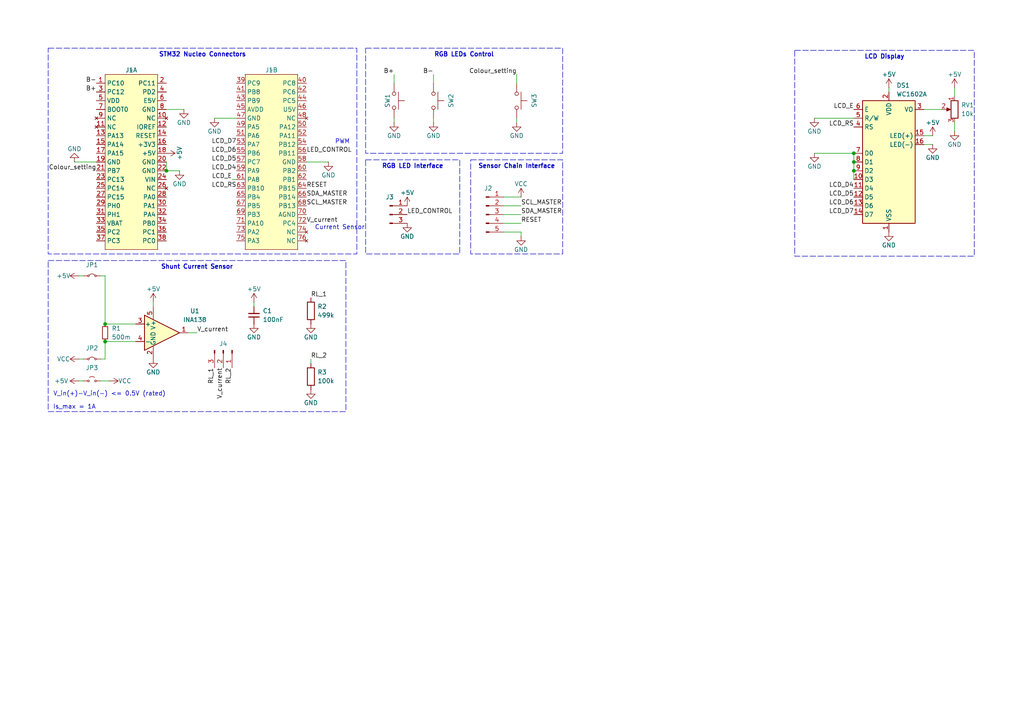
<source format=kicad_sch>
(kicad_sch (version 20231120) (generator "eeschema") (generator_version "8.0")
  (paper "A4")
  (lib_symbols
    (symbol "Amplifier_Current:INA138" (pin_names (offset 0.127))
      (property "Reference" "U" (at 3.81 5.08 0))
      (property "Value" "INA138" (at 3.81 2.54 0))
      (symbol "INA138_0_1"
        (polyline (pts (xy -5.08 5.08) (xy 5.08 0) (xy -5.08 -5.08) (xy -5.08 5.08)) (stroke (width 0.254)) (fill (type background)))
      )
      (symbol "INA138_1_1"
        (pin output line (at 7.62 0 180) (length 2.54) (name "~") (number "1"))
        (pin power_in line (at -2.54 -7.62 90) (length 3.81) (name "GND") (number "2"))
        (pin input line (at -7.62 2.54 0) (length 2.54) (name "+") (number "3"))
        (pin input line (at -7.62 -2.54 0) (length 2.54) (name "-") (number "4"))
        (pin power_in line (at -2.54 7.62 270) (length 3.81) (name "V+") (number "5"))
      )
    )
    (symbol "Connector:Conn_01x03_Pin" (pin_names (offset 1.016) hide)
      (property "Reference" "J" (at 0 5.08 0))
      (property "Value" "Conn_01x03_Pin" (at 0 -5.08 0))
      (symbol "Conn_01x03_Pin_1_1"
        (polyline (pts (xy 1.27 -2.54) (xy 0.8636 -2.54)) (stroke (width 0.1524)))
        (polyline (pts (xy 1.27 0) (xy 0.8636 0)) (stroke (width 0.1524)))
        (polyline (pts (xy 1.27 2.54) (xy 0.8636 2.54)) (stroke (width 0.1524)))
        (rectangle (start 0.8636 -2.413) (end 0 -2.667) (stroke (width 0.1524)) (fill (type outline)))
        (rectangle (start 0.8636 0.127) (end 0 -0.127) (stroke (width 0.1524)) (fill (type outline)))
        (rectangle (start 0.8636 2.667) (end 0 2.413) (stroke (width 0.1524)) (fill (type outline)))
        (pin passive line (at 5.08 2.54 180) (length 3.81) (name "Pin_1") (number "1"))
        (pin passive line (at 5.08 0 180) (length 3.81) (name "Pin_2") (number "2"))
        (pin passive line (at 5.08 -2.54 180) (length 3.81) (name "Pin_3") (number "3"))
      )
    )
    (symbol "Connector:Conn_01x05_Pin" (pin_names (offset 1.016) hide)
      (property "Reference" "J" (at 0 7.62 0))
      (property "Value" "Conn_01x05_Pin" (at 0 -7.62 0))
      (symbol "Conn_01x05_Pin_1_1"
        (polyline (pts (xy 1.27 -5.08) (xy 0.8636 -5.08)) (stroke (width 0.1524)))
        (polyline (pts (xy 1.27 -2.54) (xy 0.8636 -2.54)) (stroke (width 0.1524)))
        (polyline (pts (xy 1.27 0) (xy 0.8636 0)) (stroke (width 0.1524)))
        (polyline (pts (xy 1.27 2.54) (xy 0.8636 2.54)) (stroke (width 0.1524)))
        (polyline (pts (xy 1.27 5.08) (xy 0.8636 5.08)) (stroke (width 0.1524)))
        (rectangle (start 0.8636 -4.953) (end 0 -5.207) (stroke (width 0.1524)) (fill (type outline)))
        (rectangle (start 0.8636 -2.413) (end 0 -2.667) (stroke (width 0.1524)) (fill (type outline)))
        (rectangle (start 0.8636 0.127) (end 0 -0.127) (stroke (width 0.1524)) (fill (type outline)))
        (rectangle (start 0.8636 2.667) (end 0 2.413) (stroke (width 0.1524)) (fill (type outline)))
        (rectangle (start 0.8636 5.207) (end 0 4.953) (stroke (width 0.1524)) (fill (type outline)))
        (pin passive line (at 5.08 5.08 180) (length 3.81) (name "Pin_1") (number "1"))
        (pin passive line (at 5.08 2.54 180) (length 3.81) (name "Pin_2") (number "2"))
        (pin passive line (at 5.08 0 180) (length 3.81) (name "Pin_3") (number "3"))
        (pin passive line (at 5.08 -2.54 180) (length 3.81) (name "Pin_4") (number "4"))
        (pin passive line (at 5.08 -5.08 180) (length 3.81) (name "Pin_5") (number "5"))
      )
    )
    (symbol "Device:C_Small" (pin_numbers hide) (pin_names (offset 0.254) hide)
      (property "Reference" "C" (at 0.254 1.778 0))
      (property "Value" "C_Small" (at 0.254 -2.032 0))
      (symbol "C_Small_0_1"
        (polyline (pts (xy -1.524 -0.508) (xy 1.524 -0.508)) (stroke (width 0.3302)))
        (polyline (pts (xy -1.524 0.508) (xy 1.524 0.508)) (stroke (width 0.3048)))
      )
      (symbol "C_Small_1_1"
        (pin passive line (at 0 2.54 270) (length 2.032) (name "~") (number "1"))
        (pin passive line (at 0 -2.54 90) (length 2.032) (name "~") (number "2"))
      )
    )
    (symbol "Device:R_Potentiometer" (pin_names (offset 1.016) hide)
      (property "Reference" "RV" (at -4.445 0 90))
      (property "Value" "R_Potentiometer" (at -2.54 0 90))
      (symbol "R_Potentiometer_0_1"
        (polyline (pts (xy 2.54 0) (xy 1.524 0)))
        (polyline (pts (xy 1.143 0) (xy 2.286 0.508) (xy 2.286 -0.508) (xy 1.143 0)) (fill (type outline)))
        (rectangle (start 1.016 2.54) (end -1.016 -2.54) (stroke (width 0.254)))
      )
      (symbol "R_Potentiometer_1_1"
        (pin passive line (at 0 3.81 270) (length 1.27) (name "1") (number "1"))
        (pin passive line (at 3.81 0 180) (length 1.27) (name "2") (number "2"))
        (pin passive line (at 0 -3.81 90) (length 1.27) (name "3") (number "3"))
      )
    )
    (symbol "Device:R_Small" (pin_numbers hide) (pin_names (offset 0.254) hide)
      (property "Reference" "R" (at 0.762 0.508 0))
      (property "Value" "R_Small" (at 0.762 -1.016 0))
      (symbol "R_Small_0_1"
        (rectangle (start -0.762 1.778) (end 0.762 -1.778) (stroke (width 0.2032)))
      )
      (symbol "R_Small_1_1"
        (pin passive line (at 0 2.54 270) (length 0.762) (name "~") (number "1"))
        (pin passive line (at 0 -2.54 90) (length 0.762) (name "~") (number "2"))
      )
    )
    (symbol "Display_Character:WC1602A"
      (property "Reference" "DS" (at -5.842 19.05 0))
      (property "Value" "WC1602A" (at 5.334 19.05 0))
      (symbol "WC1602A_1_1"
        (rectangle (start -7.62 17.78) (end 7.62 -17.78) (stroke (width 0.254)) (fill (type background)))
        (pin power_in line (at 0 -20.32 90) (length 2.54) (name "VSS") (number "1"))
        (pin input line (at -10.16 -5.08 0) (length 2.54) (name "D3") (number "10"))
        (pin input line (at -10.16 -7.62 0) (length 2.54) (name "D4") (number "11"))
        (pin input line (at -10.16 -10.16 0) (length 2.54) (name "D5") (number "12"))
        (pin input line (at -10.16 -12.7 0) (length 2.54) (name "D6") (number "13"))
        (pin input line (at -10.16 -15.24 0) (length 2.54) (name "D7") (number "14"))
        (pin power_in line (at 10.16 7.62 180) (length 2.54) (name "LED(+)") (number "15"))
        (pin power_in line (at 10.16 5.08 180) (length 2.54) (name "LED(-)") (number "16"))
        (pin power_in line (at 0 20.32 270) (length 2.54) (name "VDD") (number "2"))
        (pin input line (at 10.16 15.24 180) (length 2.54) (name "VO") (number "3"))
        (pin input line (at -10.16 10.16 0) (length 2.54) (name "RS") (number "4"))
        (pin input line (at -10.16 12.7 0) (length 2.54) (name "R/W") (number "5"))
        (pin input line (at -10.16 15.24 0) (length 2.54) (name "E") (number "6"))
        (pin input line (at -10.16 2.54 0) (length 2.54) (name "D0") (number "7"))
        (pin input line (at -10.16 0 0) (length 2.54) (name "D1") (number "8"))
        (pin input line (at -10.16 -2.54 0) (length 2.54) (name "D2") (number "9"))
      )
    )
    (symbol "Jumper:Jumper_2_Small_Bridged" (pin_numbers hide) (pin_names (offset 0) hide) (exclude_from_sim yes)
      (property "Reference" "JP" (at 0 2.032 0))
      (property "Value" "Jumper_2_Small_Bridged" (at 0 -2.286 0))
      (symbol "Jumper_2_Small_Bridged_0_0"
        (circle (center -1.016 0) (radius 0.254))
        (circle (center 1.016 0) (radius 0.254))
      )
      (symbol "Jumper_2_Small_Bridged_0_1"
        (arc (start 0.762 0.254) (mid 0 0.5696) (end -0.762 0.254))
      )
      (symbol "Jumper_2_Small_Bridged_1_1"
        (pin passive line (at -2.54 0 0) (length 1.27) (name "A") (number "1"))
        (pin passive line (at 2.54 0 180) (length 1.27) (name "B") (number "2"))
      )
    )
    (symbol "Jumper:Jumper_2_Small_Open" (pin_numbers hide) (pin_names (offset 0) hide) (exclude_from_sim yes)
      (property "Reference" "JP" (at 0 2.794 0))
      (property "Value" "Jumper_2_Small_Open" (at 0 -2.286 0))
      (symbol "Jumper_2_Small_Open_0_0"
        (circle (center -1.016 0) (radius 0.254))
        (circle (center 1.016 0) (radius 0.254))
      )
      (symbol "Jumper_2_Small_Open_0_1"
        (arc (start 0.762 1.0196) (mid 0 1.2729) (end -0.762 1.0196))
      )
      (symbol "Jumper_2_Small_Open_1_1"
        (pin passive line (at -2.54 0 0) (length 1.27) (name "A") (number "1"))
        (pin passive line (at 2.54 0 180) (length 1.27) (name "B") (number "2"))
      )
    )
    (symbol "R_1" (pin_numbers hide) (pin_names (offset 0))
      (property "Reference" "R" (at 2.032 0 90))
      (property "Value" "R" (at 0 0 90))
      (symbol "R_1_0_1"
        (rectangle (start -1.016 -2.54) (end 1.016 2.54) (stroke (width 0.254)))
      )
      (symbol "R_1_1_1"
        (pin passive line (at 0 3.81 270) (length 1.27) (name "~") (number "1"))
        (pin passive line (at 0 -3.81 90) (length 1.27) (name "~") (number "2"))
      )
    )
    (symbol "Sarah_Library:Nucleo64-Pins"
      (property "Reference" "J" (at 0 0 0))
      (symbol "Nucleo64-Pins_1_1"
        (rectangle (start -7.62 -2.54) (end 7.62 -53.34) (fill (type background)))
        (pin passive line (at -10.16 -5.08 0) (length 2.54) (name "PC10") (number "1"))
        (pin no_connect line (at 10.16 -15.24 180) (length 2.54) (name "NC") (number "10"))
        (pin no_connect line (at -10.16 -17.78 0) (length 2.54) (name "NC") (number "11"))
        (pin passive line (at 10.16 -17.78 180) (length 2.54) (name "IOREF") (number "12"))
        (pin passive line (at -10.16 -20.32 0) (length 2.54) (name "PA13") (number "13"))
        (pin passive line (at 10.16 -20.32 180) (length 2.54) (name "RESET") (number "14"))
        (pin passive line (at -10.16 -22.86 0) (length 2.54) (name "PA14") (number "15"))
        (pin passive line (at 10.16 -22.86 180) (length 2.54) (name "+3V3") (number "16"))
        (pin passive line (at -10.16 -25.4 0) (length 2.54) (name "PA15") (number "17"))
        (pin passive line (at 10.16 -25.4 180) (length 2.54) (name "+5V") (number "18"))
        (pin passive line (at -10.16 -27.94 0) (length 2.54) (name "GND") (number "19"))
        (pin passive line (at 10.16 -5.08 180) (length 2.54) (name "PC11") (number "2"))
        (pin passive line (at 10.16 -27.94 180) (length 2.54) (name "GND") (number "20"))
        (pin passive line (at -10.16 -30.48 0) (length 2.54) (name "PB7") (number "21"))
        (pin passive line (at 10.16 -30.48 180) (length 2.54) (name "GND") (number "22"))
        (pin passive line (at -10.16 -33.02 0) (length 2.54) (name "PC13") (number "23"))
        (pin passive line (at 10.16 -33.02 180) (length 2.54) (name "VIN") (number "24"))
        (pin passive line (at -10.16 -35.56 0) (length 2.54) (name "PC14") (number "25"))
        (pin no_connect line (at 10.16 -35.56 180) (length 2.54) (name "NC") (number "26"))
        (pin passive line (at -10.16 -38.1 0) (length 2.54) (name "PC15") (number "27"))
        (pin passive line (at 10.16 -38.1 180) (length 2.54) (name "PA0") (number "28"))
        (pin passive line (at -10.16 -40.64 0) (length 2.54) (name "PH0") (number "29"))
        (pin passive line (at -10.16 -7.62 0) (length 2.54) (name "PC12") (number "3"))
        (pin passive line (at 10.16 -40.64 180) (length 2.54) (name "PA1") (number "30"))
        (pin passive line (at -10.16 -43.18 0) (length 2.54) (name "PH1") (number "31"))
        (pin passive line (at 10.16 -43.18 180) (length 2.54) (name "PA4") (number "32"))
        (pin passive line (at -10.16 -45.72 0) (length 2.54) (name "VBAT") (number "33"))
        (pin passive line (at 10.16 -45.72 180) (length 2.54) (name "PB0") (number "34"))
        (pin passive line (at -10.16 -48.26 0) (length 2.54) (name "PC2") (number "35"))
        (pin passive line (at 10.16 -48.26 180) (length 2.54) (name "PC1") (number "36"))
        (pin passive line (at -10.16 -50.8 0) (length 2.54) (name "PC3") (number "37"))
        (pin passive line (at 10.16 -50.8 180) (length 2.54) (name "PC0") (number "38"))
        (pin passive line (at 10.16 -7.62 180) (length 2.54) (name "PD2") (number "4"))
        (pin passive line (at -10.16 -10.16 0) (length 2.54) (name "VDD") (number "5"))
        (pin passive line (at 10.16 -10.16 180) (length 2.54) (name "E5V") (number "6"))
        (pin passive line (at -10.16 -12.7 0) (length 2.54) (name "BOOT0") (number "7"))
        (pin passive line (at 10.16 -12.7 180) (length 2.54) (name "GND") (number "8"))
        (pin no_connect line (at -10.16 -15.24 0) (length 2.54) (name "NC") (number "9"))
      )
      (symbol "Nucleo64-Pins_2_1"
        (rectangle (start -7.62 -2.54) (end 7.62 -53.34) (fill (type background)))
        (pin passive line (at -10.16 -5.08 0) (length 2.54) (name "PC9") (number "39"))
        (pin passive line (at 10.16 -5.08 180) (length 2.54) (name "PC8") (number "40"))
        (pin passive line (at -10.16 -7.62 0) (length 2.54) (name "PB8") (number "41"))
        (pin passive line (at 10.16 -7.62 180) (length 2.54) (name "PC6") (number "42"))
        (pin passive line (at -10.16 -10.16 0) (length 2.54) (name "PB9") (number "43"))
        (pin passive line (at 10.16 -10.16 180) (length 2.54) (name "PC5") (number "44"))
        (pin passive line (at -10.16 -12.7 0) (length 2.54) (name "AVDD") (number "45"))
        (pin passive line (at 10.16 -12.7 180) (length 2.54) (name "U5V") (number "46"))
        (pin passive line (at -10.16 -15.24 0) (length 2.54) (name "GND") (number "47"))
        (pin no_connect line (at 10.16 -15.24 180) (length 2.54) (name "NC") (number "48"))
        (pin passive line (at -10.16 -17.78 0) (length 2.54) (name "PA5") (number "49"))
        (pin passive line (at 10.16 -17.78 180) (length 2.54) (name "PA12") (number "50"))
        (pin passive line (at -10.16 -20.32 0) (length 2.54) (name "PA6") (number "51"))
        (pin passive line (at 10.16 -20.32 180) (length 2.54) (name "PA11") (number "52"))
        (pin passive line (at -10.16 -22.86 0) (length 2.54) (name "PA7") (number "53"))
        (pin passive line (at 10.16 -22.86 180) (length 2.54) (name "PB12") (number "54"))
        (pin passive line (at -10.16 -25.4 0) (length 2.54) (name "PB6") (number "55"))
        (pin passive line (at 10.16 -25.4 180) (length 2.54) (name "PB11") (number "56"))
        (pin passive line (at -10.16 -27.94 0) (length 2.54) (name "PC7") (number "57"))
        (pin passive line (at 10.16 -27.94 180) (length 2.54) (name "GND") (number "58"))
        (pin passive line (at -10.16 -30.48 0) (length 2.54) (name "PA9") (number "59"))
        (pin passive line (at 10.16 -30.48 180) (length 2.54) (name "PB2") (number "60"))
        (pin passive line (at -10.16 -33.02 0) (length 2.54) (name "PA8") (number "61"))
        (pin passive line (at 10.16 -33.02 180) (length 2.54) (name "PB1") (number "62"))
        (pin passive line (at -10.16 -35.56 0) (length 2.54) (name "PB10") (number "63"))
        (pin passive line (at 10.16 -35.56 180) (length 2.54) (name "PB15") (number "64"))
        (pin passive line (at -10.16 -38.1 0) (length 2.54) (name "PB4") (number "65"))
        (pin passive line (at 10.16 -38.1 180) (length 2.54) (name "PB14") (number "66"))
        (pin passive line (at -10.16 -40.64 0) (length 2.54) (name "PB5") (number "67"))
        (pin passive line (at 10.16 -40.64 180) (length 2.54) (name "PB13") (number "68"))
        (pin passive line (at -10.16 -43.18 0) (length 2.54) (name "PB3") (number "69"))
        (pin passive line (at 10.16 -43.18 180) (length 2.54) (name "AGND") (number "70"))
        (pin passive line (at -10.16 -45.72 0) (length 2.54) (name "PA10") (number "71"))
        (pin passive line (at 10.16 -45.72 180) (length 2.54) (name "PC4") (number "72"))
        (pin passive line (at -10.16 -48.26 0) (length 2.54) (name "PA2") (number "73"))
        (pin no_connect line (at 10.16 -48.26 180) (length 2.54) (name "NC") (number "74"))
        (pin passive line (at -10.16 -50.8 0) (length 2.54) (name "PA3") (number "75"))
        (pin no_connect line (at 10.16 -50.8 180) (length 2.54) (name "NC") (number "76"))
      )
    )
    (symbol "Switch:SW_Push" (pin_numbers hide) (pin_names (offset 1.016) hide)
      (property "Reference" "SW" (at 1.27 2.54 0))
      (property "Value" "SW_Push" (at 0 -1.524 0))
      (symbol "SW_Push_0_1"
        (circle (center -2.032 0) (radius 0.508))
        (polyline (pts (xy 0 1.27) (xy 0 3.048)))
        (polyline (pts (xy 2.54 1.27) (xy -2.54 1.27)))
        (circle (center 2.032 0) (radius 0.508))
        (pin passive line (at -5.08 0 0) (length 2.54) (name "1") (number "1"))
        (pin passive line (at 5.08 0 180) (length 2.54) (name "2") (number "2"))
      )
    )
    (symbol "power:+5V" (power) (pin_numbers hide) (pin_names (offset 0) hide)
      (property "Value" "+5V" (at 0 3.556 0))
      (symbol "+5V_0_1"
        (polyline (pts (xy -0.762 1.27) (xy 0 2.54)))
        (polyline (pts (xy 0 0) (xy 0 2.54)))
        (polyline (pts (xy 0 2.54) (xy 0.762 1.27)))
      )
      (symbol "+5V_1_1"
        (pin power_in line (at 0 0 90) (length 0) (name "~") (number "1"))
      )
    )
    (symbol "power:GND" (power) (pin_numbers hide) (pin_names (offset 0) hide)
      (property "Value" "GND" (at 0 -3.81 0))
      (symbol "GND_0_1"
        (polyline (pts (xy 0 0) (xy 0 -1.27) (xy 1.27 -1.27) (xy 0 -2.54) (xy -1.27 -1.27) (xy 0 -1.27)))
      )
      (symbol "GND_1_1"
        (pin power_in line (at 0 0 270) (length 0) (name "~") (number "1"))
      )
    )
    (symbol "power:VCC" (power) (pin_numbers hide) (pin_names (offset 0) hide)
      (property "Value" "VCC" (at 0 3.556 0))
      (symbol "VCC_0_1"
        (polyline (pts (xy -0.762 1.27) (xy 0 2.54)))
        (polyline (pts (xy 0 0) (xy 0 2.54)))
        (polyline (pts (xy 0 2.54) (xy 0.762 1.27)))
      )
      (symbol "VCC_1_1"
        (pin power_in line (at 0 0 90) (length 0) (name "~") (number "1"))
      )
    )
  )
  (junction (at 247.65 49.53))
  (junction (at 247.65 46.99))
  (junction (at 48.26 49.53))
  (junction (at 30.48 99.06))
  (junction (at 247.65 44.45))
  (junction (at 30.48 93.98))
  (wire (pts (xy 151.13 67.31) (xy 151.13 68.58)))
  (wire (pts (xy 247.65 46.99) (xy 247.65 49.53)))
  (wire (pts (xy 267.97 31.75) (xy 273.05 31.75)))
  (wire (pts (xy 30.48 104.14) (xy 30.48 99.06)))
  (wire (pts (xy 236.22 44.45) (xy 247.65 44.45)))
  (wire (pts (xy 149.86 21.59) (xy 149.86 24.13)))
  (wire (pts (xy 22.86 110.49) (xy 24.13 110.49)))
  (wire (pts (xy 22.86 104.14) (xy 24.13 104.14)))
  (wire (pts (xy 125.73 21.59) (xy 125.73 24.13)))
  (wire (pts (xy 149.86 35.56) (xy 149.86 34.29)))
  (wire (pts (xy 29.21 110.49) (xy 31.75 110.49)))
  (wire (pts (xy 29.21 104.14) (xy 30.48 104.14)))
  (wire (pts (xy 125.73 35.56) (xy 125.73 34.29)))
  (wire (pts (xy 27.94 46.99) (xy 21.59 46.99)))
  (wire (pts (xy 22.86 80.01) (xy 24.13 80.01)))
  (wire (pts (xy 30.48 80.01) (xy 30.48 93.98)))
  (wire (pts (xy 48.26 49.53) (xy 52.07 49.53)))
  (wire (pts (xy 270.51 39.37) (xy 267.97 39.37)))
  (wire (pts (xy 270.51 41.91) (xy 267.97 41.91)))
  (wire (pts (xy 44.45 87.63) (xy 44.45 88.9)))
  (wire (pts (xy 276.86 38.1) (xy 276.86 35.56)))
  (wire (pts (xy 247.65 49.53) (xy 247.65 52.07)))
  (wire (pts (xy 48.26 31.75) (xy 53.34 31.75)))
  (wire (pts (xy 88.9 46.99) (xy 95.25 46.99)))
  (wire (pts (xy 62.23 34.29) (xy 68.58 34.29)))
  (wire (pts (xy 276.86 25.4) (xy 276.86 27.94)))
  (wire (pts (xy 48.26 46.99) (xy 48.26 49.53)))
  (wire (pts (xy 151.13 62.23) (xy 146.05 62.23)))
  (wire (pts (xy 151.13 59.69) (xy 146.05 59.69)))
  (wire (pts (xy 73.66 87.63) (xy 73.66 88.9)))
  (wire (pts (xy 54.61 96.52) (xy 57.15 96.52)))
  (wire (pts (xy 236.22 34.29) (xy 247.65 34.29)))
  (wire (pts (xy 29.21 80.01) (xy 30.48 80.01)))
  (wire (pts (xy 114.3 35.56) (xy 114.3 34.29)))
  (wire (pts (xy 151.13 67.31) (xy 146.05 67.31)))
  (wire (pts (xy 67.31 52.07) (xy 68.58 52.07)))
  (wire (pts (xy 114.3 21.59) (xy 114.3 24.13)))
  (wire (pts (xy 30.48 93.98) (xy 39.37 93.98)))
  (wire (pts (xy 257.81 25.4) (xy 257.81 26.67)))
  (wire (pts (xy 90.17 104.14) (xy 90.17 105.41)))
  (wire (pts (xy 39.37 99.06) (xy 30.48 99.06)))
  (wire (pts (xy 151.13 57.15) (xy 146.05 57.15)))
  (wire (pts (xy 247.65 44.45) (xy 247.65 46.99)))
  (wire (pts (xy 146.05 64.77) (xy 151.13 64.77)))
  (text_box "Sensor Chain Interface" (at 136.525 46.355 0) (size 26.67 27.305) (stroke (width 0) (type dash)) (effects (font (size 1.27 1.27) (bold yes)) (justify top)))
  (text_box "Shunt Current Sensor" (at 13.97 75.565 0) (size 86.36 43.815) (stroke (width 0) (type dash)) (effects (font (size 1.27 1.27) (bold yes)) (justify top)))
  (text_box "STM32 Nucleo Connectors" (at 13.97 13.97 0) (size 89.535 59.69) (stroke (width 0) (type dash)) (effects (font (size 1.27 1.27) (bold yes)) (justify top)))
  (text_box "RGB LED Interface" (at 106.045 46.355 0) (size 27.305 27.305) (stroke (width 0) (type dash)) (effects (font (size 1.27 1.27) (bold yes)) (justify top)))
  (text_box "RGB LEDs Control" (at 106.045 13.97 0) (size 57.15 30.48) (stroke (width 0) (type dash)) (effects (font (size 1.27 1.27) (bold yes)) (justify top)))
  (text_box "LCD Display" (at 230.505 14.605 0) (size 52.07 59.69) (stroke (width 0) (type dash)) (effects (font (size 1.27 1.27) (bold yes)) (justify top)))
  (text "Is_max = 1A" (at 21.59 118.11 0) (effects (font (size 1.27 1.27))))
  (text "V_in(+)-V_in(-) <= 0.5V (rated)" (at 31.75 114.3 0) (effects (font (size 1.27 1.27))))
  (text "PWM" (at 99.314 41.148 0) (effects (font (size 1.27 1.27))))
  (text "Current Sensor" (at 98.552 66.04 0) (effects (font (size 1.27 1.27))))
  (label "LCD_D6" (at 68.58 44.45 180))
  (label "B-" (at 27.94 24.13 180))
  (label "SDA_MASTER" (at 88.9 57.15 0))
  (label "RL_2" (at 67.31 106.68 270))
  (label "LED_CONTROL" (at 88.9 44.45 0))
  (label "LED_CONTROL" (at 118.11 62.23 0))
  (label "RL_2" (at 90.17 104.14 0))
  (label "LCD_RS" (at 68.58 54.61 180))
  (label "RL_1" (at 90.17 86.36 0))
  (label "LCD_E" (at 247.65 31.75 180))
  (label "LCD_RS" (at 247.65 36.83 180))
  (label "B+" (at 114.3 21.59 180))
  (label "LCD_D5" (at 68.58 46.99 180))
  (label "LCD_E" (at 67.31 52.07 180))
  (label "Colour_setting" (at 27.94 49.53 180))
  (label "B+" (at 27.94 26.67 180))
  (label "B-" (at 125.73 21.59 180))
  (label "V_current" (at 64.77 106.68 270))
  (label "V_current" (at 57.15 96.52 0))
  (label "SCL_MASTER" (at 88.9 59.69 0))
  (label "V_current" (at 88.9 64.77 0))
  (label "RESET" (at 88.9 54.61 0))
  (label "LCD_D7" (at 68.58 41.91 180))
  (label "Colour_setting" (at 149.86 21.59 180))
  (label "LCD_D7" (at 247.65 62.23 180))
  (label "SCL_MASTER" (at 151.13 59.69 0))
  (label "LCD_D5" (at 247.65 57.15 180))
  (label "LCD_D4" (at 68.58 49.53 180))
  (label "RESET" (at 151.13 64.77 0))
  (label "LCD_D4" (at 247.65 54.61 180))
  (label "SDA_MASTER" (at 151.13 62.23 0))
  (label "RL_1" (at 62.23 106.68 270))
  (label "LCD_D6" (at 247.65 59.69 180))
  (symbol (lib_id "Jumper:Jumper_2_Small_Bridged") (at 26.67 104.14 0) (unit 1) (exclude_from_sim yes)
    (property "Reference" "JP2" (at 26.67 100.965 0))
    (property "Value" "Jumper_2_Small_Closed" (effects (hide yes)))
    (property "Footprint" "Jumper:SolderJumper-2_P1.3mm_Bridged_RoundedPad1.0x1.5mm" (effects (hide yes)))
    (property "Description" "Jumper, 2-pole, small symbol, bridged" (effects (hide yes)))
  )
  (symbol (lib_id "power:+5V") (at 22.86 110.49 90) (mirror x) (unit 1)
    (property "Reference" "#PWR031" (effects (hide yes)))
    (property "Value" "+5V" (at 17.78 110.49 90))
    (property "Description" "Power symbol creates a global label with name \"+5V\"" (effects (hide yes)))
  )
  (symbol (lib_id "power:VCC") (at 22.86 104.14 90) (unit 1)
    (property "Reference" "#PWR030" (effects (hide yes)))
    (property "Value" "VCC" (at 18.415 104.14 90))
    (property "Description" "Power symbol creates a global label with name \"VCC\"" (effects (hide yes)))
  )
  (symbol (lib_id "power:GND") (at 52.07 49.53 0) (unit 1)
    (property "Reference" "#PWR015" (effects (hide yes)))
    (property "Value" "GND" (at 52.07 53.34 0))
    (property "Description" "Power symbol creates a global label with name \"GND\" , ground" (effects (hide yes)))
  )
  (symbol (lib_id "power:GND") (at 95.25 46.99 0) (unit 1)
    (property "Reference" "#PWR013" (effects (hide yes)))
    (property "Value" "GND" (at 95.25 50.8 0))
    (property "Description" "Power symbol creates a global label with name \"GND\" , ground" (effects (hide yes)))
  )
  (symbol (lib_id "Jumper:Jumper_2_Small_Open") (at 26.67 110.49 0) (unit 1) (exclude_from_sim yes)
    (property "Reference" "JP3" (at 26.67 106.68 0))
    (property "Value" "Jumper_2_Small_Open" (effects (hide yes)))
    (property "Footprint" "Jumper:SolderJumper-2_P1.3mm_Open_RoundedPad1.0x1.5mm" (effects (hide yes)))
    (property "Description" "Jumper, 2-pole, small symbol, open" (effects (hide yes)))
  )
  (symbol (lib_id "power:+5V") (at 118.11 59.69 0) (mirror y) (unit 1)
    (property "Reference" "#PWR017" (effects (hide yes)))
    (property "Value" "+5V" (at 118.11 55.88 0))
    (property "Description" "Power symbol creates a global label with name \"+5V\"" (effects (hide yes)))
  )
  (symbol (lib_id "power:+5V") (at 48.26 44.45 270) (mirror x) (unit 1)
    (property "Reference" "#PWR019" (effects (hide yes)))
    (property "Value" "+5V" (at 52.07 44.45 0))
    (property "Description" "Power symbol creates a global label with name \"+5V\"" (effects (hide yes)))
  )
  (symbol (lib_id "power:+5V") (at 73.66 87.63 0) (mirror y) (unit 1)
    (property "Reference" "#PWR021" (effects (hide yes)))
    (property "Value" "+5V" (at 73.66 83.82 0))
    (property "Description" "Power symbol creates a global label with name \"+5V\"" (effects (hide yes)))
  )
  (symbol (lib_id "power:+5V") (at 22.86 80.01 90) (mirror x) (unit 1)
    (property "Reference" "#PWR029" (effects (hide yes)))
    (property "Value" "+5V" (at 18.415 80.01 90))
    (property "Description" "Power symbol creates a global label with name \"+5V\"" (effects (hide yes)))
  )
  (symbol (lib_id "power:+5V") (at 257.81 25.4 0) (mirror y) (unit 1)
    (property "Reference" "#PWR03" (effects (hide yes)))
    (property "Value" "+5V" (at 257.81 21.59 0))
    (property "Description" "Power symbol creates a global label with name \"+5V\"" (effects (hide yes)))
  )
  (symbol (lib_id "power:GND") (at 236.22 44.45 0) (unit 1)
    (property "Reference" "#PWR012" (effects (hide yes)))
    (property "Value" "GND" (at 236.22 48.26 0))
    (property "Description" "Power symbol creates a global label with name \"GND\" , ground" (effects (hide yes)))
  )
  (symbol (lib_id "power:VCC") (at 31.75 110.49 270) (unit 1)
    (property "Reference" "#PWR032" (effects (hide yes)))
    (property "Value" "VCC" (at 36.195 110.49 90))
    (property "Description" "Power symbol creates a global label with name \"VCC\"" (effects (hide yes)))
  )
  (symbol (lib_id "Device:R_Small") (at 30.48 96.52 0) (unit 1)
    (property "Reference" "R1" (at 32.385 95.2499 0) (effects (justify left)))
    (property "Value" "500m" (at 32.385 97.7899 0) (effects (justify left)))
    (property "Footprint" "Resistor_SMD:R_1206_3216Metric" (effects (hide yes)))
    (property "Description" "Resistor, small symbol" (effects (hide yes)))
    (property "LCSC" "C601092" (effects (hide yes)))
  )
  (symbol (lib_name "R_1") (lib_id "Device:R") (at 90.17 90.17 0) (unit 1)
    (property "Reference" "R2" (at 92.075 88.8999 0) (effects (justify left)))
    (property "Value" "499k" (at 92.075 91.4399 0) (effects (justify left)))
    (property "Footprint" "Resistor_SMD:R_0402_1005Metric" (effects (hide yes)))
    (property "Description" "Resistor" (effects (hide yes)))
    (property "LCSC" "C137971" (effects (hide yes)))
  )
  (symbol (lib_id "Connector:Conn_01x03_Pin") (at 64.77 101.6 270) (unit 1)
    (property "Reference" "J4" (at 64.77 99.695 90))
    (property "Value" "Conn_01x03_Pin" (effects (hide yes)))
    (property "Footprint" "Connector_PinHeader_2.54mm:PinHeader_1x03_P2.54mm_Vertical" (effects (hide yes)))
    (property "Description" "Generic connector, single row, 01x03, script generated" (effects (hide yes)))
  )
  (symbol (lib_id "power:GND") (at 62.23 34.29 0) (unit 1)
    (property "Reference" "#PWR07" (effects (hide yes)))
    (property "Value" "GND" (at 62.23 38.1 0))
    (property "Description" "Power symbol creates a global label with name \"GND\" , ground" (effects (hide yes)))
  )
  (symbol (lib_id "Connector:Conn_01x03_Pin") (at 113.03 62.23 0) (unit 1)
    (property "Reference" "J3" (at 113.03 57.15 0))
    (property "Value" "Conn_01x03_Pin" (effects (hide yes)))
    (property "Footprint" "Connector_PinHeader_2.54mm:PinHeader_1x03_P2.54mm_Vertical" (effects (hide yes)))
    (property "Description" "Generic connector, single row, 01x03, script generated" (effects (hide yes)))
  )
  (symbol (lib_id "power:GND") (at 276.86 38.1 0) (mirror y) (unit 1)
    (property "Reference" "#PWR09" (effects (hide yes)))
    (property "Value" "GND" (at 276.86 41.91 0))
    (property "Description" "Power symbol creates a global label with name \"GND\" , ground" (effects (hide yes)))
  )
  (symbol (lib_id "Sarah_Library:Nucleo64-Pins") (at 38.1 19.05 0) (unit 1)
    (property "Reference" "J1" (at 38.1 20.32 0))
    (property "Value" "~" (at 38.1 20.32 0))
    (property "Footprint" "Sarah_Library:Nucleo64-Pins" (effects (hide yes)))
  )
  (symbol (lib_id "Switch:SW_Push") (at 149.86 29.21 270) (unit 1)
    (property "Reference" "SW3" (at 154.94 29.21 0))
    (property "Value" "SW_Push" (effects (hide yes)))
    (property "Footprint" "Button_Switch_SMD:SW_Push_1P1T_XKB_TS-1187A" (effects (hide yes)))
    (property "Description" "Push button switch, generic, two pins" (effects (hide yes)))
    (property "LCSC" "C318884" (effects (hide yes)))
  )
  (symbol (lib_id "Jumper:Jumper_2_Small_Bridged") (at 26.67 80.01 0) (unit 1) (exclude_from_sim yes)
    (property "Reference" "JP1" (at 26.67 76.835 0))
    (property "Value" "Jumper_2_Small_Closed" (effects (hide yes)))
    (property "Footprint" "Jumper:SolderJumper-2_P1.3mm_Bridged_RoundedPad1.0x1.5mm" (effects (hide yes)))
    (property "Description" "Jumper, 2-pole, small symbol, bridged" (effects (hide yes)))
  )
  (symbol (lib_id "power:+5V") (at 270.51 39.37 0) (unit 1)
    (property "Reference" "#PWR010" (effects (hide yes)))
    (property "Value" "+5V" (at 270.51 35.56 0))
    (property "Description" "Power symbol creates a global label with name \"+5V\"" (effects (hide yes)))
  )
  (symbol (lib_id "power:+5V") (at 44.45 87.63 0) (mirror y) (unit 1)
    (property "Reference" "#PWR027" (effects (hide yes)))
    (property "Value" "+5V" (at 44.45 83.82 0))
    (property "Description" "Power symbol creates a global label with name \"+5V\"" (effects (hide yes)))
  )
  (symbol (lib_id "Connector:Conn_01x05_Pin") (at 140.97 62.23 0) (unit 1)
    (property "Reference" "J2" (at 141.605 54.61 0))
    (property "Value" "Conn_01x05_Pin" (effects (hide yes)))
    (property "Footprint" "Connector_PinHeader_2.54mm:PinHeader_1x05_P2.54mm_Vertical" (effects (hide yes)))
    (property "Description" "Generic connector, single row, 01x05, script generated" (effects (hide yes)))
  )
  (symbol (lib_id "power:GND") (at 44.45 104.14 0) (unit 1)
    (property "Reference" "#PWR026" (effects (hide yes)))
    (property "Value" "GND" (at 44.45 107.95 0))
    (property "Description" "Power symbol creates a global label with name \"GND\" , ground" (effects (hide yes)))
  )
  (symbol (lib_id "Sarah_Library:Nucleo64-Pins") (at 78.74 19.05 0) (unit 2)
    (property "Reference" "J1" (at 78.74 20.32 0))
    (property "Value" "~" (at 78.74 20.32 0))
    (property "Footprint" "Sarah_Library:Nucleo64-Pins" (effects (hide yes)))
  )
  (symbol (lib_id "power:GND") (at 118.11 64.77 0) (unit 1)
    (property "Reference" "#PWR018" (effects (hide yes)))
    (property "Value" "GND" (at 118.11 68.58 0))
    (property "Description" "Power symbol creates a global label with name \"GND\" , ground" (effects (hide yes)))
  )
  (symbol (lib_id "power:GND") (at 90.17 113.03 0) (unit 1)
    (property "Reference" "#PWR024" (effects (hide yes)))
    (property "Value" "GND" (at 90.17 116.84 0))
    (property "Description" "Power symbol creates a global label with name \"GND\" , ground" (effects (hide yes)))
  )
  (symbol (lib_id "Device:C_Small") (at 73.66 91.44 180) (unit 1)
    (property "Reference" "C1" (at 76.2 90.1635 0) (effects (justify right)))
    (property "Value" "100nF" (at 76.2 92.7035 0) (effects (justify right)))
    (property "Footprint" "Capacitor_SMD:C_0603_1608Metric" (effects (hide yes)))
    (property "Description" "Unpolarized capacitor, small symbol" (effects (hide yes)))
    (property "LCSC" "C307331" (effects (hide yes)))
  )
  (symbol (lib_id "Switch:SW_Push") (at 114.3 29.21 270) (unit 1)
    (property "Reference" "SW1" (at 112.395 29.21 0))
    (property "Value" "SW_Push" (effects (hide yes)))
    (property "Footprint" "Button_Switch_SMD:SW_Push_1P1T_XKB_TS-1187A" (effects (hide yes)))
    (property "Description" "Push button switch, generic, two pins" (effects (hide yes)))
    (property "LCSC" "C318884" (effects (hide yes)))
  )
  (symbol (lib_id "power:GND") (at 149.86 35.56 0) (unit 1)
    (property "Reference" "#PWR08" (effects (hide yes)))
    (property "Value" "GND" (at 149.86 39.37 0))
    (property "Description" "Power symbol creates a global label with name \"GND\" , ground" (effects (hide yes)))
  )
  (symbol (lib_id "power:GND") (at 114.3 35.56 0) (unit 1)
    (property "Reference" "#PWR01" (effects (hide yes)))
    (property "Value" "GND" (at 114.3 39.37 0))
    (property "Description" "Power symbol creates a global label with name \"GND\" , ground" (effects (hide yes)))
  )
  (symbol (lib_id "Device:R_Potentiometer") (at 276.86 31.75 0) (mirror y) (unit 1)
    (property "Reference" "RV1" (at 278.765 30.4799 0) (effects (justify right)))
    (property "Value" "10k" (at 278.765 33.0199 0) (effects (justify right)))
    (property "Footprint" "Potentiometer_SMD:Potentiometer_Bourns_TC33X_Vertical" (effects (hide yes)))
    (property "Description" "Potentiometer" (effects (hide yes)))
    (property "LCSC" "C719176" (effects (hide yes)))
  )
  (symbol (lib_id "power:GND") (at 73.66 93.98 0) (unit 1)
    (property "Reference" "#PWR023" (effects (hide yes)))
    (property "Value" "GND" (at 73.66 97.79 0))
    (property "Description" "Power symbol creates a global label with name \"GND\" , ground" (effects (hide yes)))
  )
  (symbol (lib_id "Amplifier_Current:INA138") (at 46.99 96.52 0) (unit 1)
    (property "Reference" "U1" (at 56.515 90.2014 0))
    (property "Value" "INA138" (at 56.515 92.7414 0))
    (property "Footprint" "Package_TO_SOT_SMD:SOT-23-5" (effects (hide yes)))
    (property "Datasheet" "http://www.ti.com/lit/ds/symlink/ina138.pdf" (effects (hide yes)))
    (property "Description" "High-Side Measurement Current Shunt Monitor, 36V, SOT-23-5" (effects (hide yes)))
    (property "LCSC" "C47914" (effects (hide yes)))
  )
  (symbol (lib_id "power:GND") (at 90.17 93.98 0) (unit 1)
    (property "Reference" "#PWR022" (effects (hide yes)))
    (property "Value" "GND" (at 90.17 97.79 0))
    (property "Description" "Power symbol creates a global label with name \"GND\" , ground" (effects (hide yes)))
  )
  (symbol (lib_id "power:GND") (at 151.13 68.58 0) (unit 1)
    (property "Reference" "#PWR028" (effects (hide yes)))
    (property "Value" "GND" (at 151.13 72.39 0))
    (property "Description" "Power symbol creates a global label with name \"GND\" , ground" (effects (hide yes)))
  )
  (symbol (lib_id "power:GND") (at 125.73 35.56 0) (unit 1)
    (property "Reference" "#PWR02" (effects (hide yes)))
    (property "Value" "GND" (at 125.73 39.37 0))
    (property "Description" "Power symbol creates a global label with name \"GND\" , ground" (effects (hide yes)))
  )
  (symbol (lib_id "Display_Character:WC1602A") (at 257.81 46.99 0) (unit 1)
    (property "Reference" "DS1" (at 260.0041 24.765 0) (effects (justify left)))
    (property "Value" "WC1602A" (at 260.0041 27.305 0) (effects (justify left)))
    (property "Footprint" "Display:WC1602A" (effects (hide yes)))
    (property "Datasheet" "http://www.wincomlcd.com/pdf/WC1602A-SFYLYHTC06.pdf" (effects (hide yes)))
    (property "Description" "LCD 16x2 Alphanumeric , 8 bit parallel bus, 5V VDD" (effects (hide yes)))
  )
  (symbol (lib_id "power:GND") (at 53.34 31.75 0) (unit 1)
    (property "Reference" "#PWR05" (effects (hide yes)))
    (property "Value" "GND" (at 53.34 35.56 0))
    (property "Description" "Power symbol creates a global label with name \"GND\" , ground" (effects (hide yes)))
  )
  (symbol (lib_name "R_1") (lib_id "Device:R") (at 90.17 109.22 0) (unit 1)
    (property "Reference" "R3" (at 92.075 107.9499 0) (effects (justify left)))
    (property "Value" "100k" (at 92.075 110.4899 0) (effects (justify left)))
    (property "Footprint" "Resistor_SMD:R_0402_1005Metric" (effects (hide yes)))
    (property "Description" "Resistor" (effects (hide yes)))
    (property "LCSC" "C25741" (effects (hide yes)))
  )
  (symbol (lib_id "power:GND") (at 21.59 46.99 180) (unit 1)
    (property "Reference" "#PWR014" (effects (hide yes)))
    (property "Value" "GND" (at 21.59 43.18 0))
    (property "Description" "Power symbol creates a global label with name \"GND\" , ground" (effects (hide yes)))
  )
  (symbol (lib_id "power:GND") (at 270.51 41.91 0) (unit 1)
    (property "Reference" "#PWR011" (effects (hide yes)))
    (property "Value" "GND" (at 270.51 45.72 0))
    (property "Description" "Power symbol creates a global label with name \"GND\" , ground" (effects (hide yes)))
  )
  (symbol (lib_id "power:+5V") (at 276.86 25.4 0) (mirror y) (unit 1)
    (property "Reference" "#PWR04" (effects (hide yes)))
    (property "Value" "+5V" (at 276.86 21.59 0))
    (property "Description" "Power symbol creates a global label with name \"+5V\"" (effects (hide yes)))
  )
  (symbol (lib_id "power:GND") (at 257.81 67.31 0) (unit 1)
    (property "Reference" "#PWR020" (effects (hide yes)))
    (property "Value" "GND" (at 257.81 71.12 0))
    (property "Description" "Power symbol creates a global label with name \"GND\" , ground" (effects (hide yes)))
  )
  (symbol (lib_id "power:VCC") (at 151.13 57.15 0) (unit 1)
    (property "Reference" "#PWR016" (effects (hide yes)))
    (property "Value" "VCC" (at 151.13 53.34 0))
    (property "Description" "Power symbol creates a global label with name \"VCC\"" (effects (hide yes)))
  )
  (symbol (lib_id "power:GND") (at 236.22 34.29 0) (unit 1)
    (property "Reference" "#PWR06" (effects (hide yes)))
    (property "Value" "GND" (at 236.22 38.1 0))
    (property "Description" "Power symbol creates a global label with name \"GND\" , ground" (effects (hide yes)))
  )
  (symbol (lib_id "Switch:SW_Push") (at 125.73 29.21 270) (unit 1)
    (property "Reference" "SW2" (at 130.81 29.21 0))
    (property "Value" "SW_Push" (effects (hide yes)))
    (property "Footprint" "Button_Switch_SMD:SW_Push_1P1T_XKB_TS-1187A" (effects (hide yes)))
    (property "Description" "Push button switch, generic, two pins" (effects (hide yes)))
    (property "LCSC" "C318884" (effects (hide yes)))
  )
)
</source>
